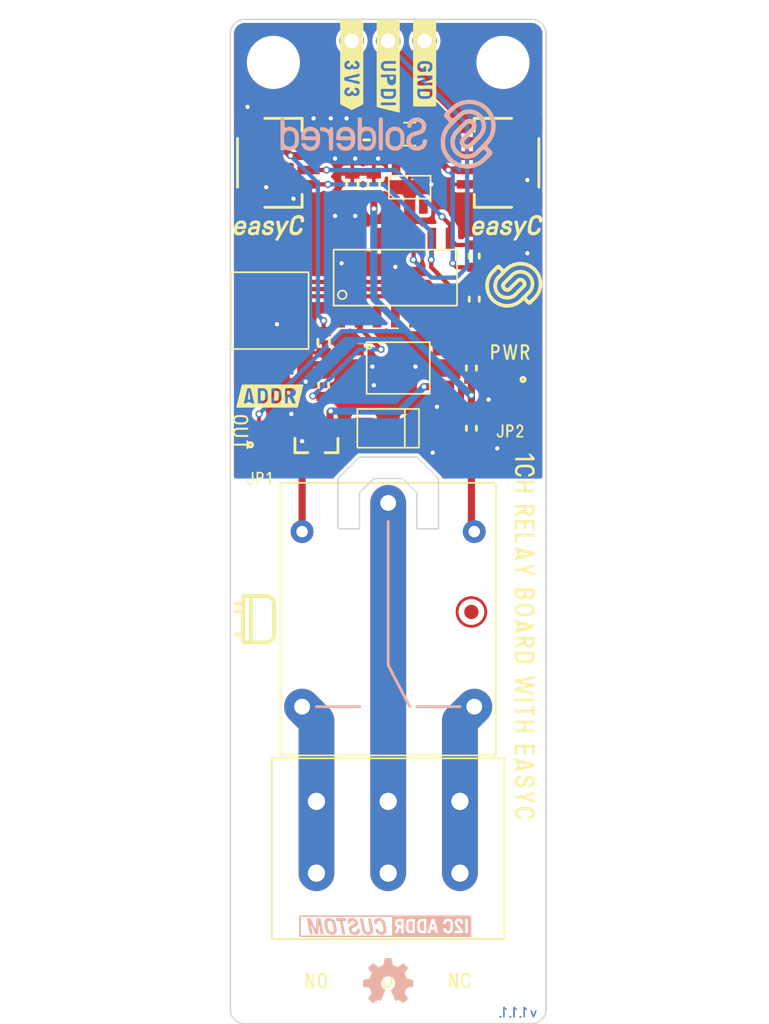
<source format=kicad_pcb>
(kicad_pcb (version 20210623) (generator pcbnew)
  (title_block (title "1CH relay board with easyC") (date "2021-07-13") (rev "V1.1.1.") (company "SOLDERED") (comment 1 "333021"))
  (layers (0 "F.Cu" signal) (31 "B.Cu" signal) (34 "B.Paste" user) (35 "F.Paste" user) (36 "B.SilkS" user "B.Silkscreen") (37 "F.SilkS" user "F.Silkscreen") (38 "B.Mask" user) (39 "F.Mask" user) (44 "Edge.Cuts" user))
  (net 0 "")
  (net 1 "Net-(D1-Pad2)")
  (net 2 "NO")
  (net 3 "COM")
  (net 4 "NC")
  (net 5 "GND")
  (net 6 "Net-(Q1-Pad1)")
  (net 7 "Net-(R1-Pad1)")
  (net 8 "Net-(R3-Pad1)")
  (net 9 "Net-(D2-Pad2)")
  (net 10 "Net-(D2-Pad1)")
  (net 11 "3V3")
  (net 12 "5V")
  (net 13 "SDA")
  (net 14 "SCL")
  (net 15 "UPDI")
  (net 16 "Net-(L1-Pad1)")
  (net 20 "ADD3")
  (net 21 "ADD2")
  (net 22 "ADD1")
  (net 25 "IN1")
  (net 28 "Net-(D3-Pad1)")
  (net 29 "Net-(JP1-Pad1)")
  (net 30 "Net-(JP2-Pad2)")
  (footprint "buzzardLabel" (layer "F.Cu") (at 86 122)
    (fp_text reference "" (at 0 0) (layer "F.SilkS") (effects (font (size 1.27 1.27))))
    (fp_text value "" (at 0 0) (layer "F.SilkS") (effects (font (size 1.27 1.27))))
  )
  (footprint "Soldered Graphics:Logo-Front-Soldered-4mm" (layer "F.Cu") (at 94.75 73.5 -90)
    (fp_text reference "G***" hide)
    (fp_text value "LOGO" hide)
  )
  (footprint "buzzardLabel" (layer "F.Cu") (at 83.46 54.6 -90)
    (fp_text reference "" (at 0 0 90) (layer "F.SilkS") (effects (font (size 1.27 1.27))))
    (fp_text value "" (at 0 0 90) (layer "F.SilkS") (effects (font (size 1.27 1.27))))
  )
  (footprint "e-radionica.com footprinti:0603R" (layer "F.Cu") (at 91.8 79.3 -90)
    (fp_text reference "R3")
    (fp_text value "330R")
    (pad "1" smd rect locked (at -0.775 0) (size 1 0.64) (layers "F.Cu" "F.Paste" "F.Mask") (net 8 "Net-(R3-Pad1)"))
    (pad "2" smd rect locked (at 0.775 0) (size 1 0.64) (layers "F.Cu" "F.Paste" "F.Mask") (net 12 "5V"))
  )
  (footprint "e-radionica.com footprinti:PC357_OPTO" (layer "F.Cu") (at 86.7 79.3)
    (fp_text reference "U1")
    (fp_text value "PC357_OPTO")
    (pad "1" smd rect locked (at -3.15 -1.27) (size 1.5 0.8) (layers "F.Cu" "F.Paste" "F.Mask") (net 7 "Net-(R1-Pad1)"))
    (pad "2" smd rect locked (at -3.15 1.27) (size 1.5 0.8) (layers "F.Cu" "F.Paste" "F.Mask") (net 5 "GND"))
    (pad "3" smd rect locked (at 3.15 1.27) (size 1.5 0.8) (layers "F.Cu" "F.Paste" "F.Mask") (net 6 "Net-(Q1-Pad1)"))
    (pad "4" smd rect locked (at 3.15 -1.27) (size 1.5 0.8) (layers "F.Cu" "F.Paste" "F.Mask") (net 8 "Net-(R3-Pad1)"))
  )
  (footprint "Soldered Graphics:Logo-Front-easyC-5mm" (layer "F.Cu") (at 94.3 69.5)
    (fp_text reference "G***" hide)
    (fp_text value "LOGO" hide)
  )
  (footprint "e-radionica.com footprinti:tps613222a" (layer "F.Cu") (at 87.5 66.7 -90)
    (fp_text reference "U3")
    (fp_text value "TPS613222A")
    (pad "1" smd rect locked (at -1.3 -0.95 270) (size 1.1 0.6) (layers "F.Cu" "F.Paste" "F.Mask") (net 16 "Net-(L1-Pad1)"))
    (pad "2" smd rect locked (at -1.3 0 270) (size 1.1 0.6) (layers "F.Cu" "F.Paste" "F.Mask") (net 5 "GND"))
    (pad "3" smd rect locked (at -1.3 0.95 270) (size 1.1 0.6) (layers "F.Cu" "F.Paste" "F.Mask"))
    (pad "4" smd rect locked (at 1.3 0.95 270) (size 1.1 0.6) (layers "F.Cu" "F.Paste" "F.Mask") (net 12 "5V"))
    (pad "5" smd rect locked (at 1.3 -0.95 270) (size 1.1 0.6) (layers "F.Cu" "F.Paste" "F.Mask"))
  )
  (footprint "e-radionica.com footprinti:HEADER-UPDI" (layer "F.Cu") (at 86 56.5)
    (fp_text reference "K4")
    (fp_text value "HEADER-UPDI")
    (pad "1" thru_hole circle locked (at -2.54 0) (size 1.7 1.7) (drill 1) (layers *.Cu *.Mask) (net 11 "3V3"))
    (pad "2" thru_hole circle locked (at 0 0) (size 1.7 1.7) (drill 1) (layers *.Cu *.Mask) (net 15 "UPDI"))
    (pad "3" thru_hole circle locked (at 2.54 0) (size 1.7 1.7) (drill 1) (layers *.Cu *.Mask) (net 5 "GND"))
  )
  (footprint "Soldered Graphics:Symbol-Front-Relay" (layer "F.Cu") (at 76.7 96.8 -90)
    (fp_text reference "G***" hide)
    (fp_text value "LOGO" hide)
  )
  (footprint "Soldered Graphics:Logo-Front-easyC-5mm" (layer "F.Cu") (at 77.7 69.5)
    (fp_text reference "G***" hide)
    (fp_text value "LOGO" hide)
  )
  (footprint "e-radionica.com footprinti:HOLE_3.2mm" (layer "F.Cu") (at 94 122)
    (fp_text reference "H1" hide)
    (fp_text value "HOLE_3.2mm" hide)
    (pad "" np_thru_hole circle locked (at 0 0) (size 3.2 3.2) (drill 3.2) (layers F&B.Cu *.Mask))
  )
  (footprint "e-radionica.com footprinti:0806L" (layer "F.Cu") (at 87.5 63 180)
    (fp_text reference "L1")
    (fp_text value "DFE201612E-2R2M=P2")
    (pad "1" smd rect locked (at -0.8 0 180) (size 0.8 1.8) (layers "F.Cu" "F.Paste" "F.Mask") (net 16 "Net-(L1-Pad1)"))
    (pad "2" smd rect locked (at 0.8 0 180) (size 0.8 1.8) (layers "F.Cu" "F.Paste" "F.Mask") (net 11 "3V3"))
  )
  (footprint "e-radionica.com footprinti:easyC-connector" (layer "F.Cu") (at 78.3 65 90)
    (fp_text reference "K5")
    (fp_text value "easyC-SMD")
    (pad "1" smd rect locked (at -1.5 2.15 90) (size 0.6 1.55) (layers "F.Cu" "F.Paste" "F.Mask") (net 14 "SCL"))
    (pad "2" smd rect locked (at -0.5 2.15 90) (size 0.6 1.55) (layers "F.Cu" "F.Paste" "F.Mask") (net 13 "SDA"))
    (pad "3" smd rect locked (at 0.5 2.15 90) (size 0.6 1.55) (layers "F.Cu" "F.Paste" "F.Mask") (net 11 "3V3"))
    (pad "4" smd rect locked (at 1.5 2.15 90) (size 0.6 1.55) (layers "F.Cu" "F.Paste" "F.Mask") (net 5 "GND"))
    (pad "5" smd rect locked (at 2.6 -2.15 90) (size 1.2 1.8) (layers "F.Cu" "F.Paste" "F.Mask") (net 5 "GND"))
    (pad "5" smd rect locked (at -2.6 -2.15 90) (size 1.2 1.8) (layers "F.Cu" "F.Paste" "F.Mask") (net 5 "GND"))
  )
  (footprint "buzzardLabel" (layer "F.Cu") (at 88.54 54.6 -90)
    (fp_text reference "" (at 0 0 90) (layer "F.SilkS") (effects (font (size 1.27 1.27))))
    (fp_text value "" (at 0 0 90) (layer "F.SilkS") (effects (font (size 1.27 1.27))))
  )
  (footprint "buzzardLabel" (layer "F.Cu") (at 77 87)
    (fp_text reference "" (at 0 0) (layer "F.SilkS") (effects (font (size 1.27 1.27))))
    (fp_text value "" (at 0 0) (layer "F.SilkS") (effects (font (size 1.27 1.27))))
  )
  (footprint "buzzardLabel" (layer "F.Cu") (at 94.5 78.2)
    (fp_text reference "" (at 0 0) (layer "F.SilkS") (effects (font (size 1.27 1.27))))
    (fp_text value "" (at 0 0) (layer "F.SilkS") (effects (font (size 1.27 1.27))))
  )
  (footprint "e-radionica.com footprinti:SMD-JUMPER-CONNECTED_TRACE_SLODERMASK" (layer "F.Cu") (at 94.5 82.7)
    (fp_text reference "JP2")
    (fp_text value "SMD-JUMPER-CONNECTED_TRACE_SLODERMASK")
    (fp_poly (pts (xy 0.1 0.1) (xy -0.1 0.1) (xy -0.1 -0.1) (xy 0.1 -0.1)) (layer "F.Cu") (width 0.1) (fill solid))
    (pad "1" smd rect (at -0.35 0) (size 0.5 1) (layers "F.Cu" "F.Mask") (net 12 "5V"))
    (pad "2" smd rect (at 0.35 0) (size 0.5 1) (layers "F.Cu" "F.Mask") (net 30 "Net-(JP2-Pad2)"))
  )
  (footprint "buzzardLabel" (layer "F.Cu") (at 75.7 83.75 -90)
    (fp_text reference "" (at 0 0 90) (layer "F.SilkS") (effects (font (size 1.27 1.27))))
    (fp_text value "" (at 0 0 90) (layer "F.SilkS") (effects (font (size 1.27 1.27))))
  )
  (footprint "buzzardLabel" (layer "F.Cu") (at 95.5 98 -90)
    (fp_text reference "" (at 0 0 90) (layer "F.SilkS") (effects (font (size 1.27 1.27))))
    (fp_text value "" (at 0 0 90) (layer "F.SilkS") (effects (font (size 1.27 1.27))))
  )
  (footprint "e-radionica.com footprinti:0603R" (layer "F.Cu") (at 81.5 80.5 -90)
    (fp_text reference "R1")
    (fp_text value "100R")
    (pad "1" smd rect locked (at -0.775 0) (size 1 0.64) (layers "F.Cu" "F.Paste" "F.Mask") (net 7 "Net-(R1-Pad1)"))
    (pad "2" smd rect locked (at 0.775 0) (size 1 0.64) (layers "F.Cu" "F.Paste" "F.Mask") (net 25 "IN1"))
  )
  (footprint "e-radionica.com footprinti:HOLE_3.2mm" (layer "F.Cu") (at 78 122)
    (fp_text reference "H2" hide)
    (fp_text value "HOLE_3.2mm" hide)
    (pad "" np_thru_hole circle locked (at 0 0) (size 3.2 3.2) (drill 3.2) (layers F&B.Cu *.Mask))
  )
  (footprint "e-radionica.com footprinti:SMD-JUMPER-CONNECTED_TRACE_SLODERMASK" (layer "F.Cu") (at 77 86)
    (fp_text reference "JP1")
    (fp_text value "SMD-JUMPER-CONNECTED_TRACE_SLODERMASK")
    (fp_poly (pts (xy 0.1 0.1) (xy -0.1 0.1) (xy -0.1 -0.1) (xy 0.1 -0.1)) (layer "F.Cu") (width 0.1) (fill solid))
    (pad "1" smd rect (at -0.35 0) (size 0.5 1) (layers "F.Cu" "F.Mask") (net 29 "Net-(JP1-Pad1)"))
    (pad "2" smd rect (at 0.35 0) (size 0.5 1) (layers "F.Cu" "F.Mask") (net 10 "Net-(D2-Pad1)"))
  )
  (footprint "e-radionica.com footprinti:M4_DIODA" (layer "F.Cu") (at 86 83.5)
    (fp_text reference "D2")
    (fp_text value "M4_DIODA")
    (pad "1" smd rect (at -1.69 0) (size 1.27 1.47) (layers "F.Cu" "F.Paste" "F.Mask") (net 10 "Net-(D2-Pad1)"))
    (pad "2" smd rect (at 1.69 0) (size 1.27 1.47) (layers "F.Cu" "F.Paste" "F.Mask") (net 9 "Net-(D2-Pad2)"))
  )
  (footprint "e-radionica.com footprinti:0603C" (layer "F.Cu") (at 84.5 63)
    (fp_text reference "C4")
    (fp_text value "C1608X7S1A475K080AC")
    (pad "1" smd rect locked (at -0.73 0) (size 0.66 1) (layers "F.Cu" "F.Paste" "F.Mask") (net 5 "GND"))
    (pad "2" smd rect locked (at 0.73 0) (size 0.66 1) (layers "F.Cu" "F.Paste" "F.Mask") (net 11 "3V3"))
  )
  (footprint "buzzardLabel" (layer "F.Cu") (at 77.75 81.25)
    (fp_text reference "" (at 0 0) (layer "F.SilkS") (effects (font (size 1.27 1.27))))
    (fp_text value "" (at 0 0) (layer "F.SilkS") (effects (font (size 1.27 1.27))))
  )
  (footprint "buzzardLabel" (layer "F.Cu") (at 91 122)
    (fp_text reference "" (at 0 0) (layer "F.SilkS") (effects (font (size 1.27 1.27))))
    (fp_text value "" (at 0 0) (layer "F.SilkS") (effects (font (size 1.27 1.27))))
  )
  (footprint "e-radionica.com footprinti:0603R" (layer "F.Cu") (at 92 74.5 90)
    (fp_text reference "R6")
    (fp_text value "10k")
    (pad "1" smd rect locked (at -0.775 0 180) (size 1 0.64) (layers "F.Cu" "F.Paste" "F.Mask") (net 14 "SCL"))
    (pad "2" smd rect locked (at 0.775 0 180) (size 1 0.64) (layers "F.Cu" "F.Paste" "F.Mask") (net 11 "3V3"))
  )
  (footprint "buzzardLabel" (layer "F.Cu") (at 94.5 83.7)
    (fp_text reference "" (at 0 0) (layer "F.SilkS") (effects (font (size 1.27 1.27))))
    (fp_text value "" (at 0 0) (layer "F.SilkS") (effects (font (size 1.27 1.27))))
  )
  (footprint "Soldered Graphics:Logo-Back-SolderedFULL-15mm" (layer "F.Cu") (at 86 63)
    (fp_text reference "REF**" hide)
    (fp_text value "Logo-Front-SolderedFULL-15mm" hide)
  )
  (footprint "e-radionica.com footprinti:0402LED" (layer "F.Cu") (at 94.5 79.5)
    (fp_text reference "D3")
    (fp_text value "purple")
    (pad "1" smd rect locked (at -0.55 0 90) (size 0.75 0.45) (layers "F.Cu" "F.Paste" "F.Mask") (net 28 "Net-(D3-Pad1)"))
    (pad "2" smd rect locked (at 0.55 0 90) (size 0.75 0.45) (layers "F.Cu" "F.Paste" "F.Mask") (net 5 "GND"))
  )
  (footprint "Soldered Graphics:Logo-Back-OSH-3.5mm" (layer "F.Cu") (at 86 122)
    (fp_text reference "G***" hide)
    (fp_text value "LOGO" hide)
  )
  (footprint "buzzardLabel" (layer "F.Cu") (at 86 54.6 -90)
    (fp_text reference "" (at 0 0 90) (layer "F.SilkS") (effects (font (size 1.27 1.27))))
    (fp_text value "" (at 0 0 90) (layer "F.SilkS") (effects (font (size 1.27 1.27))))
  )
  (footprint "e-radionica.com footprinti:0603R" (layer "F.Cu") (at 92 71.5 -90)
    (fp_text reference "R5")
    (fp_text value "10k")
    (pad "1" smd rect locked (at -0.775 0) (size 1 0.64) (layers "F.Cu" "F.Paste" "F.Mask") (net 13 "SDA"))
    (pad "2" smd rect locked (at 0.775 0) (size 1 0.64) (layers "F.Cu" "F.Paste" "F.Mask") (net 11 "3V3"))
  )
  (footprint "e-radionica.com footprinti:0603R" (layer "F.Cu") (at 91.8 83.5 90)
    (fp_text reference "R4")
    (fp_text value "10R")
    (pad "1" smd rect locked (at -0.775 0 180) (size 1 0.64) (layers "F.Cu" "F.Paste" "F.Mask") (net 9 "Net-(D2-Pad2)"))
    (pad "2" smd rect locked (at 0.775 0 180) (size 1 0.64) (layers "F.Cu" "F.Paste" "F.Mask") (net 12 "5V"))
  )
  (footprint "e-radionica.com footprinti:easyC-connector" (layer "F.Cu") (at 93.7 65 -90)
    (fp_text reference "K2")
    (fp_text value "easyC-SMD")
    (pad "1" smd rect locked (at -1.5 2.15 270) (size 0.6 1.55) (layers "F.Cu" "F.Paste" "F.Mask") (net 14 "SCL"))
    (pad "2" smd rect locked (at -0.5 2.15 270) (size 0.6 1.55) (layers "F.Cu" "F.Paste" "F.Mask") (net 13 "SDA"))
    (pad "3" smd rect locked (at 0.5 2.15 270) (size 0.6 1.55) (layers "F.Cu" "F.Paste" "F.Mask") (net 11 "3V3"))
    (pad "4" smd rect locked (at 1.5 2.15 270) (size 0.6 1.55) (layers "F.Cu" "F.Paste" "F.Mask") (net 5 "GND"))
    (pad "5" smd rect locked (at -2.6 -2.15 270) (size 1.2 1.8) (layers "F.Cu" "F.Paste" "F.Mask") (net 5 "GND"))
    (pad "5" smd rect locked (at 2.6 -2.15 270) (size 1.2 1.8) (layers "F.Cu" "F.Paste" "F.Mask") (net 5 "GND"))
  )
  (footprint "e-radionica.com footprinti:HOLE_3.2mm" (layer "F.Cu") (at 94 58)
    (fp_text reference "H3" hide)
    (fp_text value "HOLE_3.2mm" hide)
    (pad "" np_thru_hole circle locked (at 0 0) (size 3.2 3.2) (drill 3.2) (layers F&B.Cu *.Mask))
  )
  (footprint "e-radionica.com footprinti:0603C" (layer "F.Cu") (at 83.5 66.5 -90)
    (fp_text reference "C2")
    (fp_text value "CL10A226MPCNUBE")
    (pad "1" smd rect locked (at -0.73 0 270) (size 0.66 1) (layers "F.Cu" "F.Paste" "F.Mask") (net 5 "GND"))
    (pad "2" smd rect locked (at 0.73 0 270) (size 0.66 1) (layers "F.Cu" "F.Paste" "F.Mask") (net 12 "5V"))
  )
  (footprint "e-radionica.com footprinti:0402R" (layer "F.Cu") (at 78.5 83.75 90)
    (fp_text reference "R2")
    (fp_text value "2k2")
    (pad "1" smd rect locked (at -0.5 0 180) (size 0.64 0.54) (layers "F.Cu" "F.Paste" "F.Mask") (net 29 "Net-(JP1-Pad1)"))
    (pad "2" smd rect locked (at 0.5 0 180) (size 0.64 0.54) (layers "F.Cu" "F.Paste" "F.Mask") (net 1 "Net-(D1-Pad2)"))
  )
  (footprint "e-radionica.com footprinti:SRD_RELAY_5V" (layer "F.Cu") (at 86 96.8 90)
    (fp_text reference "K1")
    (fp_text value "SRD_RELAY_5V")
    (pad "1" thru_hole circle (at 6.1 6 90) (size 1.6 1.6) (drill 0.8) (layers *.Cu *.Mask) (net 9 "Net-(D2-Pad2)"))
    (pad "2" thru_hole circle (at 6.1 -6 90) (size 1.6 1.6) (drill 0.8) (layers *.Cu *.Mask) (net 10 "Net-(D2-Pad1)"))
    (pad "3" thru_hole circle (at -6.1 -6 90) (size 2 2) (drill 1.1) (layers *.Cu *.Mask) (net 2 "NO"))
    (pad "4" thru_hole circle (at 8.1 0 90) (size 2 2) (drill 1.1) (layers *.Cu *.Mask) (net 3 "COM"))
    (pad "5" thru_hole circle (at -6.1 6 90) (size 2 2) (drill 1.1) (layers *.Cu *.Mask) (net 4 "NC"))
  )
  (footprint "e-radionica.com footprinti:FIDUCIAL_23" (layer "F.Cu") (at 91.8 96.3)
    (fp_text reference "FD1")
    (fp_text value "FIDUCIAL")
    (fp_circle (center 0 0) (end 1 0) (layer "F.Cu") (width 0.2) (fill none))
    (pad "1" smd circle (at 0 0) (size 1 1) (layers "F.Cu" "F.Paste" "F.Mask") (clearance 1.1))
  )
  (footprint "e-radionica.com footprinti:0603C" (layer "F.Cu") (at 85 66.5 -90)
    (fp_text reference "C3")
    (fp_text value "CL10A226MPCNUBE")
    (pad "1" smd rect locked (at -0.73 0 270) (size 0.66 1) (layers "F.Cu" "F.Paste" "F.Mask") (net 5 "GND"))
    (pad "2" smd rect locked (at 0.73 0 270) (size 0.66 1) (layers "F.Cu" "F.Paste" "F.Mask") (net 12 "5V"))
  )
  (footprint "e-radionica.com footprinti:DSHP03TS-S" (layer "F.Cu") (at 77.75 75.3 -90)
    (fp_text reference "K6")
    (fp_text value "DSHP03TS-S")
    (pad "1" smd rect locked (at -3.81 -1.27) (size 0.76 1.27) (layers "F.Cu" "F.Paste" "F.Mask") (net 22 "ADD1"))
    (pad "2" smd rect locked (at 3.81 -1.27) (size 0.76 1.27) (layers "F.Cu" "F.Paste" "F.Mask") (net 5 "GND"))
    (pad "3" smd rect locked (at -3.81 0) (size 0.76 1.27) (layers "F.Cu" "F.Paste" "F.Mask") (net 21 "ADD2"))
    (pad "4" smd rect locked (at 3.81 0) (size 0.76 1.27) (layers "F.Cu" "F.Paste" "F.Mask") (net 5 "GND"))
    (pad "5" smd rect locked (at -3.81 1.27) (size 0.76 1.27) (layers "F.Cu" "F.Paste" "F.Mask") (net 20 "ADD3"))
    (pad "6" smd rect locked (at 3.81 1.27) (size 0.76 1.27) (layers "F.Cu" "F.Paste" "F.Mask") (net 5 "GND"))
  )
  (footprint "e-radionica.com footprinti:0402LED" (layer "F.Cu") (at 77 83.75 -90)
    (fp_text reference "D1")
    (fp_text value "blue")
    (pad "1" smd rect locked (at -0.55 0) (size 0.75 0.45) (layers "F.Cu" "F.Paste" "F.Mask") (net 12 "5V"))
    (pad "2" smd rect locked (at 0.55 0) (size 0.75 0.45) (layers "F.Cu" "F.Paste" "F.Mask") (net 1 "Net-(D1-Pad2)"))
  )
  (footprint "buzzardLabel" (layer "F.Cu") (at 81 122)
    (fp_text reference "" (at 0 0) (layer "F.SilkS") (effects (font (size 1.27 1.27))))
    (fp_text value "" (at 0 0) (layer "F.SilkS") (effects (font (size 1.27 1.27))))
  )
  (footprint "e-radionica.com footprinti:0603C" (layer "F.Cu") (at 81.5 77.5 -90)
    (fp_text reference "C1")
    (fp_text value "0.1uF")
    (pad "1" smd rect locked (at -0.73 0 270) (size 0.66 1) (layers "F.Cu" "F.Paste" "F.Mask") (net 11 "3V3"))
    (pad "2" smd rect locked (at 0.73 0 270) (size 0.66 1) (layers "F.Cu" "F.Paste" "F.Mask") (net 5 "GND"))
  )
  (footprint "e-radionica.com footprinti:0402R" (layer "F.Cu") (at 94.5 81 180)
    (fp_text reference "R7")
    (fp_text value "2k2")
    (pad "1" smd rect locked (at -0.5 0 270) (size 0.64 0.54) (layers "F.Cu" "F.Paste" "F.Mask") (net 30 "Net-(JP2-Pad2)"))
    (pad "2" smd rect locked (at 0.5 0 270) (size 0.64 0.54) (layers "F.Cu" "F.Paste" "F.Mask") (net 28 "Net-(D3-Pad1)"))
  )
  (footprint "e-radionica.com footprinti:HOLE_3.2mm" (layer "F.Cu") (at 78 58)
    (fp_text reference "H4" hide)
    (fp_text value "HOLE_3.2mm" hide)
    (pad "" np_thru_hole circle locked (at 0 0) (size 3.2 3.2) (drill 3.2) (layers F&B.Cu *.Mask))
  )
  (footprint "e-radionica.com footprinti:SOT-23-3" (layer "F.Cu") (at 81 84.5 -90)
    (fp_text reference "Q1")
    (fp_text value "NPN-SOT-23-3")
    (pad "1" smd rect locked (at -1.2 -0.95) (size 0.6 1) (layers "F.Cu" "F.Paste" "F.Mask") (net 6 "Net-(Q1-Pad1)"))
    (pad "2" smd rect locked (at -1.2 0.95) (size 0.6 1) (layers "F.Cu" "F.Paste" "F.Mask") (net 5 "GND"))
    (pad "3" smd rect locked (at 1.2 0) (size 0.6 1) (layers "F.Cu" "F.Paste" "F.Mask") (net 10 "Net-(D2-Pad1)"))
  )
  (footprint "e-radionica.com footprinti:TERMINAL_KF235-5.0-3P" (layer "F.Cu") (at 86 112)
    (fp_text reference "K3")
    (fp_text value "TERMINAL_KF235-5.0-3P")
    (pad "1" thru_hole circle (at 5 -2.5) (size 2 2) (drill 1.2) (layers *.Cu *.Mask) (net 4 "NC"))
    (pad "1" thru_hole circle (at 5 2.5) (size 2 2) (drill 1.2) (layers *.Cu *.Mask) (net 4 "NC"))
    (pad "2" thru_hole circle (at 0 -2.5) (size 2 2) (drill 1.2) (layers *.Cu *.Mask) (net 3 "COM"))
    (pad "2" thru_hole circle (at 0 2.5) (size 2 2) (drill 1.2) (layers *.Cu *.Mask) (net 3 "COM"))
    (pad "3" thru_hole circle (at -5 -2.5) (size 2 2) (drill 1.2) (layers *.Cu *.Mask) (net 2 "NO"))
    (pad "3" thru_hole circle (at -5 2.5) (size 2 2) (drill 1.2) (layers *.Cu *.Mask) (net 2 "NO"))
  )
  (footprint "e-radionica.com footprinti:SOIC-14" (layer "F.Cu") (at 86.5 73 90)
    (fp_text reference "U2")
    (fp_text value "ATTINY404-SSNR")
    (pad "1" smd rect locked (at -2.7 -3.81 90) (size 1.55 0.6) (layers "F.Cu" "F.Paste" "F.Mask") (net 11 "3V3"))
    (pad "2" smd rect locked (at -2.7 -2.54 90) (size 1.55 0.6) (layers "F.Cu" "F.Paste" "F.Mask") (net 25 "IN1"))
    (pad "3" smd rect locked (at -2.7 -1.27 90) (size 1.55 0.6) (layers "F.Cu" "F.Paste" "F.Mask"))
    (pad "4" smd rect locked (at -2.7 0 90) (size 1.55 0.6) (layers "F.Cu" "F.Paste" "F.Mask"))
    (pad "5" smd rect locked (at -2.7 1.27 90) (size 1.55 0.6) (layers "F.Cu" "F.Paste" "F.Mask") (net 20 "ADD3"))
    (pad "6" smd rect locked (at -2.7 2.54 90) (size 1.55 0.6) (layers "F.Cu" "F.Paste" "F.Mask") (net 21 "ADD2"))
    (pad "7" smd rect locked (at -2.7 3.81 90) (size 1.55 0.6) (layers "F.Cu" "F.Paste" "F.Mask") (net 22 "ADD1"))
    (pad "8" smd rect locked (at 2.7 3.81 90) (size 1.55 0.6) (layers "F.Cu" "F.Paste" "F.Mask") (net 13 "SDA"))
    (pad "9" smd rect locked (at 2.7 2.54 90) (size 1.55 0.6) (layers "F.Cu" "F.Paste" "F.Mask") (net 14 "SCL"))
    (pad "10" smd rect locked (at 2.7 1.27 90) (size 1.55 0.6) (layers "F.Cu" "F.Paste" "F.Mask") (net 15 "UPDI"))
    (pad "11" smd rect locked (at 2.7 0 90) (size 1.55 0.6) (layers "F.Cu" "F.Paste" "F.Mask"))
    (pad "12" smd rect locked (at 2.7 -1.27 90) (size 1.55 0.6) (layers "F.Cu" "F.Paste" "F.Mask"))
    (pad "13" smd rect locked (at 2.7 -2.54 90) (size 1.55 0.6) (layers "F.Cu" "F.Paste" "F.Mask"))
    (pad "14" smd rect locked (at 2.7 -3.81 90) (size 1.55 0.6) (layers "F.Cu" "F.Paste" "F.Mask") (net 5 "GND"))
  )
  (footprint "Soldered Graphics:Version1.1.1." (layer "B.Cu") (at 95 124.2 180)
    (fp_text reference "REF**" hide)
    (fp_text value "Version1.1.1." hide)
    (fp_poly (pts (xy 0.21 -0.35) (xy 0.26 -0.35) (xy 0.28 -0.31) (xy 0.28 0.35) (xy 0.24 0.38) (xy 0.19 0.38) (xy 0.15 0.34) (xy 0.04 0.22) (xy 0.02 0.17) (xy 0.05 0.16) (xy 0.14 0.22) (xy 0.18 0.23) (xy 0.18 -0.31) (xy 0.21 -0.35)) (layer "B.Cu") (width 0.01) (fill solid))
    (fp_poly (pts (xy 0.91 -0.35) (xy 0.96 -0.35) (xy 0.98 -0.31) (xy 0.98 0.35) (xy 0.95 0.38) (xy 0.89 0.38) (xy 0.86 0.34) (xy 0.74 0.22) (xy 0.73 0.17) (xy 0.76 0.16) (xy 0.85 0.22) (xy 0.89 0.23) (xy 0.89 -0.31) (xy 0.91 -0.35)) (layer "B.Cu") (width 0.01) (fill solid))
    (fp_poly (pts (xy -0.5 -0.35) (xy -0.44 -0.35) (xy -0.43 -0.31) (xy -0.43 0.35) (xy -0.46 0.38) (xy -0.52 0.38) (xy -0.55 0.34) (xy -0.67 0.22) (xy -0.68 0.17) (xy -0.65 0.16) (xy -0.56 0.22) (xy -0.52 0.23) (xy -0.52 -0.31) (xy -0.5 -0.35)) (layer "B.Cu") (width 0.01) (fill solid))
    (fp_poly (pts (xy 1.14 -0.38) (xy 1.19 -0.38) (xy 1.24 -0.37) (xy 1.25 -0.33) (xy 1.25 -0.27) (xy 1.2 -0.26) (xy 1.15 -0.26) (xy 1.12 -0.29) (xy 1.12 -0.34) (xy 1.14 -0.38)) (layer "B.Cu") (width 0.01) (fill solid))
    (fp_poly (pts (xy -1.15 -0.35) (xy -1.1 -0.35) (xy -1.07 -0.31) (xy -0.92 0.1) (xy -0.94 0.13) (xy -0.99 0.13) (xy -1.02 0.1) (xy -1.11 -0.16) (xy -1.13 -0.21) (xy -1.15 -0.17) (xy -1.24 0.09) (xy -1.26 0.13) (xy -1.32 0.13) (xy -1.34 0.1) (xy -1.18 -0.31) (xy -1.15 -0.35)) (layer "B.Cu") (width 0.01) (fill solid))
    (fp_poly (pts (xy 0.43 -0.38) (xy 0.48 -0.38) (xy 0.54 -0.37) (xy 0.54 -0.33) (xy 0.54 -0.27) (xy 0.5 -0.26) (xy 0.45 -0.26) (xy 0.42 -0.29) (xy 0.42 -0.34) (xy 0.43 -0.38)) (layer "B.Cu") (width 0.01) (fill solid))
    (fp_poly (pts (xy -0.27 -0.38) (xy -0.22 -0.38) (xy -0.17 -0.37) (xy -0.16 -0.33) (xy -0.16 -0.27) (xy -0.21 -0.26) (xy -0.26 -0.26) (xy -0.29 -0.29) (xy -0.29 -0.34) (xy -0.27 -0.38)) (layer "B.Cu") (width 0.01) (fill solid))
  )
  (footprint "Soldered Graphics:Symbol-Front_I2C_ADDR_CUSTOM" (layer "B.Cu") (at 85.8 118.2 180)
    (fp_text reference "REF**" hide)
    (fp_text value "Symbol-Front_I2C_ADDR_CUSTOM" hide)
  )
  (gr_line (start 91 102.9) (end 88 102.9) (layer "B.SilkS") (width 0.2))
  (gr_line (start 81 102.9) (end 84 102.9) (layer "B.SilkS") (width 0.2))
  (gr_line (start 86 100) (end 87.5 102.9) (layer "B.SilkS") (width 0.2))
  (gr_line (start 86 90) (end 86 100) (layer "B.SilkS") (width 0.2))
  (gr_line (start 88 90.5) (end 88 88) (layer "Edge.Cuts") (width 0.1))
  (gr_line (start 82.5 87) (end 84 85.5) (layer "Edge.Cuts") (width 0.1))
  (gr_line (start 89.5 90.5) (end 88 90.5) (layer "Edge.Cuts") (width 0.1))
  (gr_line (start 84 88) (end 84 90.5) (layer "Edge.Cuts") (width 0.1))
  (gr_arc (start 76 124) (end 76 125) (angle 90) (layer "Edge.Cuts") (width 0.1))
  (gr_line (start 89.5 87) (end 89.5 90.5) (layer "Edge.Cuts") (width 0.1))
  (gr_line (start 97 56) (end 97 124) (layer "Edge.Cuts") (width 0.1))
  (gr_line (start 96 125) (end 76 125) (layer "Edge.Cuts") (width 0.1))
  (gr_line (start 87 87) (end 85 87) (layer "Edge.Cuts") (width 0.1))
  (gr_line (start 84 90.5) (end 82.5 90.5) (layer "Edge.Cuts") (width 0.1))
  (gr_line (start 75 124) (end 75 56) (layer "Edge.Cuts") (width 0.1))
  (gr_arc (start 96 55.999997) (end 96 55) (angle 90) (layer "Edge.Cuts") (width 0.1))
  (gr_arc (start 75.999997 56) (end 76 55) (angle -90) (layer "Edge.Cuts") (width 0.1))
  (gr_line (start 82.5 90.5) (end 82.5 87) (layer "Edge.Cuts") (width 0.1))
  (gr_line (start 88 88) (end 87 87) (layer "Edge.Cuts") (width 0.1))
  (gr_line (start 85 87) (end 84 88) (layer "Edge.Cuts") (width 0.1))
  (gr_line (start 76 55) (end 96 55) (layer "Edge.Cuts") (width 0.1))
  (gr_line (start 84 85.5) (end 88 85.5) (layer "Edge.Cuts") (width 0.1))
  (gr_arc (start 96 124) (end 96 125) (angle -90) (layer "Edge.Cuts") (width 0.1))
  (gr_line (start 88 85.5) (end 89.5 87) (layer "Edge.Cuts") (width 0.1))
  (segment (start 77.3 84.3) (end 78.35 83.25) (width 0.25) (layer "F.Cu") (net 1))
  (segment (start 77 84.3) (end 77.3 84.3) (width 0.25) (layer "F.Cu") (net 1))
  (segment (start 78.35 83.25) (end 78.5 83.25) (width 0.25) (layer "F.Cu") (net 1))
  (segment (start 81 109.5) (end 81 103.9) (width 2.5) (layer "F.Cu") (net 2))
  (segment (start 81 103.9) (end 80 102.9) (width 2.5) (layer "F.Cu") (net 2))
  (segment (start 81 114.5) (end 81 109.5) (width 2.5) (layer "F.Cu") (net 2))
  (segment (start 81 114.5) (end 81 109.5) (width 2.5) (layer "B.Cu") (net 2))
  (segment (start 81 109.5) (end 81 103.9) (width 2.5) (layer "B.Cu") (net 2))
  (segment (start 81 103.9) (end 80 102.9) (width 2.5) (layer "B.Cu") (net 2))
  (segment (start 86 114.5) (end 86 109.5) (width 2.5) (layer "F.Cu") (net 3))
  (segment (start 86 109.5) (end 86 88.7) (width 2.5) (layer "F.Cu") (net 3))
  (segment (start 86 109.5) (end 86 114.5) (width 2.5) (layer "B.Cu") (net 3))
  (segment (start 86 109.5) (end 86 88.7) (width 2.5) (layer "B.Cu") (net 3))
  (segment (start 91 109.5) (end 91 103.9) (width 2.5) (layer "F.Cu") (net 4))
  (segment (start 91 114.5) (end 91 109.5) (width 2.5) (layer "F.Cu") (net 4))
  (segment (start 91 103.9) (end 92 102.9) (width 2.5) (layer "F.Cu") (net 4))
  (segment (start 91 109.5) (end 91 103.9) (width 2.5) (layer "B.Cu") (net 4))
  (segment (start 91 114.5) (end 91 109.5) (width 2.5) (layer "B.Cu") (net 4))
  (segment (start 91 103.9) (end 92 102.9) (width 2.5) (layer "B.Cu") (net 4))
  (via (at 85 80.5) (size 0.5) (drill 0.3) (layers "F.Cu" "B.Cu") (net 5))
  (via (at 80 84.4) (size 0.5) (drill 0.3) (layers "F.Cu" "B.Cu") (net 5))
  (via (at 86.5 72.25) (size 0.5) (drill 0.3) (layers "F.Cu" "B.Cu") (net 5))
  (via (at 89 66.5) (size 0.5) (drill 0.3) (layers "F.Cu" "B.Cu") (net 5))
  (via (at 79.25 82.5) (size 0.5) (drill 0.3) (layers "F.Cu" "B.Cu") (net 5))
  (via (at 80.25 80.25) (size 0.5) (drill 0.3) (layers "F.Cu" "B.Cu") (net 5))
  (via (at 82.75 72) (size 0.5) (drill 0.3) (layers "F.Cu" "B.Cu") (net 5))
  (via (at 78.25 76.25) (size 0.5) (drill 0.3) (layers "F.Cu" "B.Cu") (net 5))
  (via (at 79.4 67.5) (size 0.5) (drill 0.3) (layers "F.Cu" "B.Cu") (net 5))
  (via (at 82 61.9) (size 0.5) (drill 0.3) (layers "F.Cu" "B.Cu") (net 5))
  (via (at 93.6 84.9) (size 0.5) (drill 0.3) (layers "F.Cu" "B.Cu") (net 5))
  (via (at 80.8 61.9) (size 0.5) (drill 0.3) (layers "F.Cu" "B.Cu") (net 5))
  (via (at 95.7 71.3) (size 0.5) (drill 0.3) (layers "F.Cu" "B.Cu") (net 5))
  (via (at 82.3 68.7) (size 0.5) (drill 0.3) (layers "F.Cu" "B.Cu") (net 5))
  (via (at 83.1 61.9) (size 0.5) (drill 0.3) (layers "F.Cu" "B.Cu") (net 5))
  (via (at 85.3 64.7) (size 0.5) (drill 0.3) (layers "F.Cu" "B.Cu") (net 5))
  (via (at 82.3 64.7) (size 0.5) (drill 0.3) (layers "F.Cu" "B.Cu") (net 5))
  (via (at 77.5 66.7) (size 0.5) (drill 0.3) (layers "F.Cu" "B.Cu") (net 5))
  (via (at 89.1 85.2) (size 0.5) (drill 0.3) (layers "F.Cu" "B.Cu") (net 5))
  (via (at 93 81.5) (size 0.5) (drill 0.3) (layers "F.Cu" "B.Cu") (net 5))
  (via (at 83.7 68.7) (size 0.5) (drill 0.3) (layers "F.Cu" "B.Cu") (net 5))
  (via (at 89.4 82) (size 0.5) (drill 0.3) (layers "F.Cu" "B.Cu") (net 5))
  (via (at 87.9 79.2) (size 0.5) (drill 0.3) (layers "F.Cu" "B.Cu") (net 5))
  (via (at 76.2 61.1) (size 0.5) (drill 0.3) (layers "F.Cu" "B.Cu") (net 5))
  (via (at 84.9 79.2) (size 0.5) (drill 0.3) (layers "F.Cu" "B.Cu") (net 5))
  (via (at 83.7 64.7) (size 0.5) (drill 0.3) (layers "F.Cu" "B.Cu") (net 5))
  (via (at 95.7 66.2) (size 0.5) (drill 0.3) (layers "F.Cu" "B.Cu") (net 5))
  (segment (start 82 82.3) (end 81.95 82.35) (width 0.5) (layer "F.Cu") (net 6))
  (segment (start 81.95 82.35) (end 81.95 83.3) (width 0.5) (layer "F.Cu") (net 6))
  (segment (start 89.82 80.6) (end 89.85 80.57) (width 0.5) (layer "F.Cu") (net 6))
  (segment (start 88.5 80.6) (end 89.82 80.6) (width 0.5) (layer "F.Cu") (net 6))
  (via (at 88.5 80.6) (size 0.5) (drill 0.3) (layers "F.Cu" "B.Cu") (net 6))
  (via (at 82 82.3) (size 0.5) (drill 0.3) (layers "F.Cu" "B.Cu") (net 6))
  (segment (start 86.8 82.3) (end 82 82.3) (width 0.5) (layer "B.Cu") (net 6))
  (segment (start 88.5 80.6) (end 86.8 82.3) (width 0.5) (layer "B.Cu") (net 6))
  (segment (start 81.5 79.725) (end 81.855 79.725) (width 0.3) (layer "F.Cu") (net 7))
  (segment (start 81.855 79.725) (end 83.55 78.03) (width 0.3) (layer "F.Cu") (net 7))
  (segment (start 89.85 78.03) (end 91.305 78.03) (width 0.5) (layer "F.Cu") (net 8))
  (segment (start 91.305 78.03) (end 91.8 78.525) (width 0.5) (layer "F.Cu") (net 8))
  (segment (start 91.8 84.275) (end 91.8 90.5) (width 0.5) (layer "F.Cu") (net 9))
  (segment (start 90.775 84.275) (end 91.8 84.275) (width 0.5) (layer "F.Cu") (net 9))
  (segment (start 87.69 83.5) (end 90 83.5) (width 0.5) (layer "F.Cu") (net 9))
  (segment (start 91.8 90.5) (end 92 90.7) (width 0.5) (layer "F.Cu") (net 9))
  (segment (start 90 83.5) (end 90.775 84.275) (width 0.5) (layer "F.Cu") (net 9))
  (segment (start 80 86.7) (end 80.5 86.2) (width 0.5) (layer "F.Cu") (net 10))
  (segment (start 77.35 86) (end 80.7 86) (width 0.3) (layer "F.Cu") (net 10))
  (segment (start 82.11 85.7) (end 84.31 83.5) (width 0.5) (layer "F.Cu") (net 10))
  (segment (start 80 90.7) (end 80 86.7) (width 0.5) (layer "F.Cu") (net 10))
  (segment (start 80.5 86.2) (end 81 85.7) (width 0.5) (layer "F.Cu") (net 10))
  (segment (start 81 85.7) (end 82.11 85.7) (width 0.5) (layer "F.Cu") (net 10))
  (segment (start 80.7 86) (end 81 85.7) (width 0.3) (layer "F.Cu") (net 10))
  (segment (start 85.7 61) (end 89.1 61) (width 0.5) (layer "F.Cu") (net 11))
  (segment (start 92 73.725) (end 92 72.275) (width 0.3) (layer "F.Cu") (net 11))
  (segment (start 85.23 60.53) (end 85.15 60.45) (width 0.5) (layer "F.Cu") (net 11))
  (segment (start 82.69 75.7) (end 82.69 76.06) (width 0.3) (layer "F.Cu") (net 11))
  (segment (start 79.2 64.5) (end 78.5 63.8) (width 0.5) (layer "F.Cu") (net 11))
  (segment (start 85.23 63) (end 85.23 60.53) (width 0.5) (layer "F.Cu") (net 11))
  (segment (start 81.98 76.77) (end 81.5 76.77) (width 0.3) (layer "F.Cu") (net 11))
  (segment (start 85.15 60.45) (end 84.6 59.9) (width 0.5) (layer "F.Cu") (net 11))
  (segment (start 89.8 65.1) (end 90.2 65.5) (width 0.5) (layer "F.Cu") (net 11))
  (segment (start 80.45 64.5) (end 79.2 64.5) (width 0.5) (layer "F.Cu") (net 11))
  (segment (start 90.775 72.275) (end 90.5 72) (width 0.3) (layer "F.Cu") (net 11))
  (segment (start 89.8 61.7) (end 89.8 65.1) (width 0.5) (layer "F.Cu") (net 11))
  (segment (start 85.15 60.45) (end 85.7 61) (width 0.5) (layer "F.Cu") (net 11))
  (segment (start 89.1 61) (end 89.8 61.7) (width 0.5) (layer "F.Cu") (net 11))
  (segment (start 83.46 58.76) (end 83.46 56.5) (width 0.5) (layer "F.Cu") (net 11))
  (segment (start 78.5 62.5) (end 81.15 59.85) (width 0.5) (layer "F.Cu") (net 11))
  (segment (start 78.5 63.8) (end 78.5 62.5) (width 0.5) (layer "F.Cu") (net 11))
  (segment (start 86.7 63) (end 85.23 63) (width 0.5) (layer "F.Cu") (net 11))
  (segment (start 82.69 76.06) (end 81.98 76.77) (width 0.3) (layer "F.Cu") (net 11))
  (segment (start 84.55 59.85) (end 84.6 59.9) (width 0.5) (layer "F.Cu") (net 11))
  (segment (start 81.15 59.85) (end 84.55 59.85) (width 0.5) (layer "F.Cu") (net 11))
  (segment (start 81.5 76) (end 81.5 76.77) (width 0.3) (layer "F.Cu") (net 11))
  (segment (start 84.6 59.9) (end 83.46 58.76) (width 0.5) (layer "F.Cu") (net 11))
  (segment (start 92 72.275) (end 90.775 72.275) (width 0.3) (layer "F.Cu") (net 11))
  (segment (start 91.55 65.5) (end 90.2 65.5) (width 0.5) (layer "F.Cu") (net 11))
  (via (at 90.5 72) (size 0.5) (drill 0.3) (layers "F.Cu" "B.Cu") (net 11))
  (via (at 90.2 65.5) (size 0.5) (drill 0.3) (layers "F.Cu" "B.Cu") (net 11))
  (via (at 79.2 64.5) (size 0.5) (drill 0.3) (layers "F.Cu" "B.Cu") (net 11))
  (via (at 81.5 76) (size 0.5) (drill 0.3) (layers "F.Cu" "B.Cu") (net 11))
  (segment (start 81.1 75.6) (end 81.5 76) (width 0.3) (layer "B.Cu") (net 11))
  (segment (start 90.5 65.8) (end 90.2 65.5) (width 0.3) (layer "B.Cu") (net 11))
  (segment (start 81.1 75.6) (end 81.1 66.4) (width 0.3) (layer "B.Cu") (net 11))
  (segment (start 81.1 66.4) (end 79.2 64.5) (width 0.3) (layer "B.Cu") (net 11))
  (segment (start 90.5 72) (end 90.5 65.8) (width 0.3) (layer "B.Cu") (net 11))
  (segment (start 77 83.2) (end 77 82.5) (width 0.25) (layer "F.Cu") (net 12))
  (segment (start 85 67.23) (end 85.78 67.23) (width 0.5) (layer "F.Cu") (net 12))
  (segment (start 91.8 81.2) (end 91.8 80.075) (width 0.5) (layer "F.Cu") (net 12))
  (segment (start 91.8 81.2) (end 91.8 82.725) (width 0.5) (layer "F.Cu") (net 12))
  (segment (start 85 67.23) (end 83.5 67.23) (width 0.5) (layer "F.Cu") (net 12))
  (segment (start 85.78 67.23) (end 86.55 68) (width 0.5) (layer "F.Cu") (net 12))
  (segment (start 91.825 82.7) (end 91.8 82.725) (width 0.3) (layer "F.Cu") (net 12))
  (segment (start 85 68.2) (end 85 67.23) (width 0.5) (layer "F.Cu") (net 12))
  (segment (start 94.15 82.7) (end 91.825 82.7) (width 0.3) (layer "F.Cu") (net 12))
  (via (at 91.8 81.2) (size 0.5) (drill 0.3) (layers "F.Cu" "B.Cu") (net 12))
  (via (at 77 82.5) (size 0.5) (drill 0.3) (layers "F.Cu" "B.Cu") (net 12))
  (via (at 85 68.2) (size 0.5) (drill 0.3) (layers "F.Cu" "B.Cu") (net 12))
  (segment (start 87.27001 76.72999) (end 85 74.45998) (width 0.5) (layer "B.Cu") (net 12))
  (segment (start 82.77001 76.72999) (end 87.27001 76.72999) (width 0.3) (layer "B.Cu") (net 12))
  (segment (start 91.8 81.2) (end 91.74002 81.2) (width 0.5) (layer "B.Cu") (net 12))
  (segment (start 85 74.45998) (end 85 68.2) (width 0.5) (layer "B.Cu") (net 12))
  (segment (start 77 82.5) (end 82.77001 76.72999) (width 0.3) (layer "B.Cu") (net 12))
  (segment (start 91.74002 81.2) (end 87.27001 76.72999) (width 0.5) (layer "B.Cu") (net 12))
  (segment (start 92.025 70.75) (end 92 70.725) (width 0.3) (layer "F.Cu") (net 13))
  (segment (start 93.1 70.15) (end 92.5 70.75) (width 0.3) (layer "F.Cu") (net 13))
  (segment (start 80.45 65.5) (end 81.7 65.5) (width 0.3) (layer "F.Cu") (net 13))
  (segment (start 90.31 69.31) (end 90.31 70.3) (width 0.3) (layer "F.Cu") (net 13))
  (segment (start 91.55 64.5) (end 92.7 64.5) (width 0.3) (layer "F.Cu") (net 13))
  (segment (start 92.5 70.75) (end 92.025 70.75) (width 0.3) (layer "F.Cu") (net 13))
  (segment (start 93.1 64.9) (end 93.1 70.15) (width 0.3) (layer "F.Cu") (net 13))
  (segment (start 92.7 64.5) (end 93.1 64.9) (width 0.3) (layer "F.Cu") (net 13))
  (segment (start 90.735 70.725) (end 90.31 70.3) (width 0.3) (layer "F.Cu") (net 13))
  (segment (start 89.75 68.75) (end 90.31 69.31) (width 0.3) (layer "F.Cu") (net 13))
  (segment (start 92 70.725) (end 90.735 70.725) (width 0.3) (layer "F.Cu") (net 13))
  (via (at 89.75 68.75) (size 0.5) (drill 0.3) (layers "F.Cu" "B.Cu") (net 13))
  (via (at 81.7 65.5) (size 0.5) (drill 0.3) (layers "F.Cu" "B.Cu") (net 13))
  (segment (start 86.5 65.5) (end 81.7 65.5) (width 0.3) (layer "B.Cu") (net 13))
  (segment (start 89.75 68.75) (end 86.5 65.5) (width 0.3) (layer "B.Cu") (net 13))
  (segment (start 93.7 74.3) (end 92.725 75.275) (width 0.3) (layer "F.Cu") (net 14))
  (segment (start 89.04 71.71) (end 89 71.75) (width 0.3) (layer "F.Cu") (net 14))
  (segment (start 93.7 64.4) (end 93.7 74.3) (width 0.3) (layer "F.Cu") (net 14))
  (segment (start 92.8 63.5) (end 93.7 64.4) (width 0.3) (layer "F.Cu") (net 14))
  (segment (start 89 72.275) (end 92 75.275) (width 0.3) (layer "F.Cu") (net 14))
  (segment (start 89 71.75) (end 89 72.275) (width 0.3) (layer "F.Cu") (net 14))
  (segment (start 81.8 66.5) (end 80.45 66.5) (width 0.3) (layer "F.Cu") (net 14))
  (segment (start 92.725 75.275) (end 92 75.275) (width 0.3) (layer "F.Cu") (net 14))
  (segment (start 89.04 70.3) (end 89.04 71.71) (width 0.3) (layer "F.Cu") (net 14))
  (segment (start 91.55 63.5) (end 92.8 63.5) (width 0.3) (layer "F.Cu") (net 14))
  (via (at 81.8 66.5) (size 0.5) (drill 0.3) (layers "F.Cu" "B.Cu") (net 14))
  (via (at 89 71.75) (size 0.5) (drill 0.3) (layers "F.Cu" "B.Cu") (net 14))
  (segment (start 85.7 66.5) (end 81.8 66.5) (width 0.3) (layer "B.Cu") (net 14))
  (segment (start 89 71.75) (end 89 69.8) (width 0.3) (layer "B.Cu") (net 14))
  (segment (start 89 69.8) (end 86 66.8) (width 0.3) (layer "B.Cu") (net 14))
  (segment (start 89 69.8) (end 85.7 66.5) (width 0.3) (layer "B.Cu") (net 14))
  (segment (start 87.77 71.73) (end 87.75 71.75) (width 0.3) (layer "F.Cu") (net 15))
  (segment (start 87.77 70.3) (end 87.77 71.73) (width 0.3) (layer "F.Cu") (net 15))
  (via (at 87.75 71.75) (size 0.5) (drill 0.3) (layers "F.Cu" "B.Cu") (net 15))
  (segment (start 91.5 62.3) (end 86 56.8) (width 0.3) (layer "B.Cu") (net 15))
  (segment (start 86 56.8) (end 86 56.5) (width 0.3) (layer "B.Cu") (net 15))
  (segment (start 87.75 71.75) (end 89 73) (width 0.3) (layer "B.Cu") (net 15))
  (segment (start 89 73) (end 90.75 73) (width 0.3) (layer "B.Cu") (net 15))
  (segment (start 91.5 72.25) (end 91.5 62.3) (width 0.3) (layer "B.Cu") (net 15))
  (segment (start 90.75 73) (end 91.5 72.25) (width 0.3) (layer "B.Cu") (net 15))
  (segment (start 88.45 65.2) (end 88.45 63.15) (width 0.5) (layer "F.Cu") (net 16))
  (segment (start 88.45 63.15) (end 88.3 63) (width 0.5) (layer "F.Cu") (net 16))
  (segment (start 87.77 74.77) (end 87.77 75.7) (width 0.3) (layer "F.Cu") (net 20))
  (segment (start 76.63 73.23) (end 77.7 74.3) (width 0.3) (layer "F.Cu") (net 20))
  (segment (start 77.7 74.3) (end 87.3 74.3) (width 0.3) (layer "F.Cu") (net 20))
  (segment (start 87.3 74.3) (end 87.77 74.77) (width 0.3) (layer "F.Cu") (net 20))
  (segment (start 76.63 71.29) (end 76.63 73.23) (width 0.3) (layer "F.Cu") (net 20))
  (segment (start 89.04 74.54) (end 89.04 75.7) (width 0.3) (layer "F.Cu") (net 21))
  (segment (start 77.9 73.4) (end 78.3 73.8) (width 0.3) (layer "F.Cu") (net 21))
  (segment (start 78.3 73.8) (end 88.3 73.8) (width 0.3) (layer "F.Cu") (net 21))
  (segment (start 88.3 73.8) (end 89.04 74.54) (width 0.3) (layer "F.Cu") (net 21))
  (segment (start 77.9 71.29) (end 77.9 73.4) (width 0.3) (layer "F.Cu") (net 21))
  (segment (start 80 73.3) (end 88.8 73.3) (width 0.3) (layer "F.Cu") (net 22))
  (segment (start 79.17 72.47) (end 80 73.3) (width 0.3) (layer "F.Cu") (net 22))
  (segment (start 79.17 71.29) (end 79.17 72.47) (width 0.3) (layer "F.Cu") (net 22))
  (segment (start 88.8 73.3) (end 90.31 74.81) (width 0.3) (layer "F.Cu") (net 22))
  (segment (start 90.31 74.81) (end 90.31 75.7) (width 0.3) (layer "F.Cu") (net 22))
  (segment (start 85.5 78) (end 83.96 76.46) (width 0.3) (layer "F.Cu") (net 25))
  (segment (start 83.96 76.46) (end 83.96 75.7) (width 0.3) (layer "F.Cu") (net 25))
  (segment (start 80.775 81.275) (end 80.75 81.25) (width 0.3) (layer "F.Cu") (net 25))
  (segment (start 81.5 81.275) (end 80.775 81.275) (width 0.3) (layer "F.Cu") (net 25))
  (via (at 85.5 78) (size 0.5) (drill 0.3) (layers "F.Cu" "B.Cu") (net 25))
  (via (at 80.75 81.25) (size 0.5) (drill 0.3) (layers "F.Cu" "B.Cu") (net 25))
  (segment (start 84 78) (end 85.5 78) (width 0.3) (layer "B.Cu") (net 25))
  (segment (start 80.75 81.25) (end 84 78) (width 0.3) (layer "B.Cu") (net 25))
  (segment (start 94 81) (end 94 79.55) (width 0.3) (layer "F.Cu") (net 28))
  (segment (start 94 79.55) (end 93.95 79.5) (width 0.3) (layer "F.Cu") (net 28))
  (segment (start 76.9 85.1) (end 76.65 85.35) (width 0.3) (layer "F.Cu") (net 29))
  (segment (start 78.5 84.25) (end 78.5 84.7) (width 0.3) (layer "F.Cu") (net 29))
  (segment (start 78.5 84.7) (end 78.1 85.1) (width 0.3) (layer "F.Cu") (net 29))
  (segment (start 78.1 85.1) (end 76.9 85.1) (width 0.3) (layer "F.Cu") (net 29))
  (segment (start 76.65 85.35) (end 76.65 86) (width 0.3) (layer "F.Cu") (net 29))
  (segment (start 95 81) (end 95 82.55) (width 0.3) (layer "F.Cu") (net 30))
  (segment (start 95 82.55) (end 94.85 82.7) (width 0.3) (layer "F.Cu") (net 30))
  (zone (net 5) (net_name "GND") (layers F&B.Cu) (connect_pads (clearance 0.254)) (min_thickness 0.254) (fill yes (thermal_gap 0.254) (thermal_bridge_width 0.254))
    (polygon (pts (xy 97 87) (xy 75 87) (xy 75 55) (xy 97 55)))
  )
)
</source>
